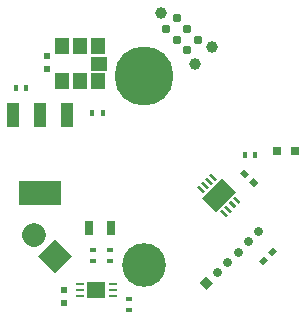
<source format=gts>
G04 #@! TF.FileFunction,Soldermask,Top*
%FSLAX46Y46*%
G04 Gerber Fmt 4.6, Leading zero omitted, Abs format (unit mm)*
G04 Created by KiCad (PCBNEW 4.0.1-stable) date Wed 17 Feb 2016 10:38:58 PM PST*
%MOMM*%
G01*
G04 APERTURE LIST*
%ADD10C,0.100000*%
%ADD11C,5.000000*%
%ADD12C,3.700000*%
%ADD13R,0.500000X0.600000*%
%ADD14C,2.032000*%
%ADD15R,3.657600X2.032000*%
%ADD16R,1.016000X2.032000*%
%ADD17R,0.400000X0.600000*%
%ADD18R,1.200000X1.400000*%
%ADD19R,1.400000X1.200000*%
%ADD20R,0.797560X0.797560*%
%ADD21C,0.784860*%
%ADD22C,0.988060*%
%ADD23C,0.985520*%
%ADD24C,0.800000*%
%ADD25R,0.600000X0.400000*%
%ADD26R,0.700000X0.250000*%
%ADD27R,1.650000X1.350000*%
%ADD28R,0.700000X1.300000*%
G04 APERTURE END LIST*
D10*
D11*
X120000000Y-57000000D03*
D12*
X120000000Y-73000000D03*
D10*
G36*
X130924264Y-71472182D02*
X131277818Y-71825736D01*
X130853554Y-72250000D01*
X130500000Y-71896446D01*
X130924264Y-71472182D01*
X130924264Y-71472182D01*
G37*
G36*
X130146446Y-72250000D02*
X130500000Y-72603554D01*
X130075736Y-73027818D01*
X129722182Y-72674264D01*
X130146446Y-72250000D01*
X130146446Y-72250000D01*
G37*
G36*
X129677818Y-66074264D02*
X129324264Y-66427818D01*
X128900000Y-66003554D01*
X129253554Y-65650000D01*
X129677818Y-66074264D01*
X129677818Y-66074264D01*
G37*
G36*
X128900000Y-65296446D02*
X128546446Y-65650000D01*
X128122182Y-65225736D01*
X128475736Y-64872182D01*
X128900000Y-65296446D01*
X128900000Y-65296446D01*
G37*
D13*
X111800000Y-55275000D03*
X111800000Y-56375000D03*
D10*
G36*
X112450000Y-70813159D02*
X113886841Y-72250000D01*
X112450000Y-73686841D01*
X111013159Y-72250000D01*
X112450000Y-70813159D01*
X112450000Y-70813159D01*
G37*
D14*
X110653949Y-70453949D02*
X110653949Y-70453949D01*
D15*
X111200000Y-66902000D03*
D16*
X111200000Y-60298000D03*
X108914000Y-60298000D03*
X113486000Y-60298000D03*
D17*
X110000000Y-58000000D03*
X109100000Y-58000000D03*
X116475000Y-60150000D03*
X115575000Y-60150000D03*
X129400000Y-63650000D03*
X128500000Y-63650000D03*
D18*
X116050000Y-54450000D03*
X114550000Y-54450000D03*
X113050000Y-54450000D03*
X113050000Y-57450000D03*
X114550000Y-57450000D03*
X116050000Y-57450000D03*
D19*
X116150000Y-55950000D03*
D20*
X131250700Y-63350000D03*
X132749300Y-63350000D03*
D21*
X121852962Y-53000987D03*
X122750987Y-52102962D03*
X122750987Y-53899013D03*
X123649013Y-53000987D03*
X123649013Y-54797038D03*
X124547038Y-53899013D03*
D22*
X121403949Y-51653949D03*
D23*
X125714472Y-54527631D03*
X124277631Y-55964472D03*
D10*
G36*
X125250000Y-75065685D02*
X124684315Y-74500000D01*
X125250000Y-73934315D01*
X125815685Y-74500000D01*
X125250000Y-75065685D01*
X125250000Y-75065685D01*
G37*
D24*
X126133883Y-73616117D02*
X126133883Y-73616117D01*
X127017767Y-72732233D02*
X127017767Y-72732233D01*
X127901650Y-71848350D02*
X127901650Y-71848350D01*
X128785534Y-70964466D02*
X128785534Y-70964466D01*
X129669417Y-70080583D02*
X129669417Y-70080583D01*
D13*
X113200000Y-75100000D03*
X113200000Y-76200000D03*
D25*
X115650000Y-71750000D03*
X115650000Y-72650000D03*
X118700000Y-75900000D03*
X118700000Y-76800000D03*
D26*
X114525000Y-74600000D03*
X114525000Y-75100000D03*
X114525000Y-75600000D03*
X117375000Y-75600000D03*
X117375000Y-75100000D03*
X117375000Y-74600000D03*
D27*
X115950000Y-75100000D03*
D25*
X117100000Y-71750000D03*
X117100000Y-72650000D03*
D28*
X117200000Y-69850000D03*
X115300000Y-69850000D03*
D10*
G36*
X125504505Y-65370621D02*
X125681282Y-65193844D01*
X126176257Y-65688819D01*
X125999480Y-65865596D01*
X125504505Y-65370621D01*
X125504505Y-65370621D01*
G37*
G36*
X125150951Y-65724175D02*
X125327728Y-65547398D01*
X125822703Y-66042373D01*
X125645926Y-66219150D01*
X125150951Y-65724175D01*
X125150951Y-65724175D01*
G37*
G36*
X124797398Y-66077728D02*
X124974175Y-65900951D01*
X125469150Y-66395926D01*
X125292373Y-66572703D01*
X124797398Y-66077728D01*
X124797398Y-66077728D01*
G37*
G36*
X124443844Y-66431282D02*
X124620621Y-66254505D01*
X125115596Y-66749480D01*
X124938819Y-66926257D01*
X124443844Y-66431282D01*
X124443844Y-66431282D01*
G37*
G36*
X126423743Y-68411181D02*
X126600520Y-68234404D01*
X127095495Y-68729379D01*
X126918718Y-68906156D01*
X126423743Y-68411181D01*
X126423743Y-68411181D01*
G37*
G36*
X126777297Y-68057627D02*
X126954074Y-67880850D01*
X127449049Y-68375825D01*
X127272272Y-68552602D01*
X126777297Y-68057627D01*
X126777297Y-68057627D01*
G37*
G36*
X127130850Y-67704074D02*
X127307627Y-67527297D01*
X127802602Y-68022272D01*
X127625825Y-68199049D01*
X127130850Y-67704074D01*
X127130850Y-67704074D01*
G37*
G36*
X127484404Y-67350520D02*
X127661181Y-67173743D01*
X128156156Y-67668718D01*
X127979379Y-67845495D01*
X127484404Y-67350520D01*
X127484404Y-67350520D01*
G37*
G36*
X125458543Y-67891457D02*
X126300000Y-67050000D01*
X126886899Y-67636899D01*
X126045442Y-68478356D01*
X125458543Y-67891457D01*
X125458543Y-67891457D01*
G37*
G36*
X126300000Y-67050000D02*
X127141457Y-66208543D01*
X127728356Y-66795442D01*
X126886899Y-67636899D01*
X126300000Y-67050000D01*
X126300000Y-67050000D01*
G37*
G36*
X124871644Y-67304558D02*
X125713101Y-66463101D01*
X126300000Y-67050000D01*
X125458543Y-67891457D01*
X124871644Y-67304558D01*
X124871644Y-67304558D01*
G37*
G36*
X125713101Y-66463101D02*
X126554558Y-65621644D01*
X127141457Y-66208543D01*
X126300000Y-67050000D01*
X125713101Y-66463101D01*
X125713101Y-66463101D01*
G37*
M02*

</source>
